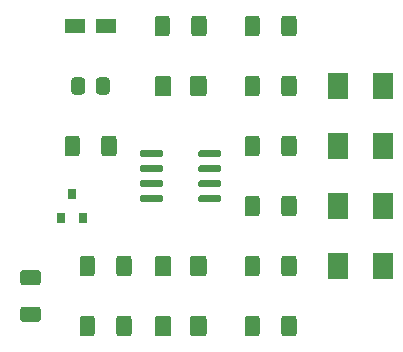
<source format=gtp>
G04 #@! TF.GenerationSoftware,KiCad,Pcbnew,(5.1.10)-1*
G04 #@! TF.CreationDate,2022-10-05T22:38:21+02:00*
G04 #@! TF.ProjectId,new_rs422_module_kicad,6e65775f-7273-4343-9232-5f6d6f64756c,rev?*
G04 #@! TF.SameCoordinates,Original*
G04 #@! TF.FileFunction,Paste,Top*
G04 #@! TF.FilePolarity,Positive*
%FSLAX46Y46*%
G04 Gerber Fmt 4.6, Leading zero omitted, Abs format (unit mm)*
G04 Created by KiCad (PCBNEW (5.1.10)-1) date 2022-10-05 22:38:21*
%MOMM*%
%LPD*%
G01*
G04 APERTURE LIST*
%ADD10R,1.714500X2.184400*%
%ADD11R,1.800000X1.230000*%
%ADD12R,0.800000X0.900000*%
G04 APERTURE END LIST*
D10*
X62556750Y-38265000D03*
X58683250Y-38265000D03*
X62556750Y-43345000D03*
X58683250Y-43345000D03*
X62556750Y-48425000D03*
X58683250Y-48425000D03*
X62556750Y-53505000D03*
X58683250Y-53505000D03*
D11*
X39070000Y-33185000D03*
X36450000Y-33185000D03*
G36*
G01*
X46880000Y-44130000D02*
X46880000Y-43830000D01*
G75*
G02*
X47030000Y-43680000I150000J0D01*
G01*
X48680000Y-43680000D01*
G75*
G02*
X48830000Y-43830000I0J-150000D01*
G01*
X48830000Y-44130000D01*
G75*
G02*
X48680000Y-44280000I-150000J0D01*
G01*
X47030000Y-44280000D01*
G75*
G02*
X46880000Y-44130000I0J150000D01*
G01*
G37*
G36*
G01*
X46880000Y-45400000D02*
X46880000Y-45100000D01*
G75*
G02*
X47030000Y-44950000I150000J0D01*
G01*
X48680000Y-44950000D01*
G75*
G02*
X48830000Y-45100000I0J-150000D01*
G01*
X48830000Y-45400000D01*
G75*
G02*
X48680000Y-45550000I-150000J0D01*
G01*
X47030000Y-45550000D01*
G75*
G02*
X46880000Y-45400000I0J150000D01*
G01*
G37*
G36*
G01*
X46880000Y-46670000D02*
X46880000Y-46370000D01*
G75*
G02*
X47030000Y-46220000I150000J0D01*
G01*
X48680000Y-46220000D01*
G75*
G02*
X48830000Y-46370000I0J-150000D01*
G01*
X48830000Y-46670000D01*
G75*
G02*
X48680000Y-46820000I-150000J0D01*
G01*
X47030000Y-46820000D01*
G75*
G02*
X46880000Y-46670000I0J150000D01*
G01*
G37*
G36*
G01*
X46880000Y-47940000D02*
X46880000Y-47640000D01*
G75*
G02*
X47030000Y-47490000I150000J0D01*
G01*
X48680000Y-47490000D01*
G75*
G02*
X48830000Y-47640000I0J-150000D01*
G01*
X48830000Y-47940000D01*
G75*
G02*
X48680000Y-48090000I-150000J0D01*
G01*
X47030000Y-48090000D01*
G75*
G02*
X46880000Y-47940000I0J150000D01*
G01*
G37*
G36*
G01*
X41930000Y-47940000D02*
X41930000Y-47640000D01*
G75*
G02*
X42080000Y-47490000I150000J0D01*
G01*
X43730000Y-47490000D01*
G75*
G02*
X43880000Y-47640000I0J-150000D01*
G01*
X43880000Y-47940000D01*
G75*
G02*
X43730000Y-48090000I-150000J0D01*
G01*
X42080000Y-48090000D01*
G75*
G02*
X41930000Y-47940000I0J150000D01*
G01*
G37*
G36*
G01*
X41930000Y-46670000D02*
X41930000Y-46370000D01*
G75*
G02*
X42080000Y-46220000I150000J0D01*
G01*
X43730000Y-46220000D01*
G75*
G02*
X43880000Y-46370000I0J-150000D01*
G01*
X43880000Y-46670000D01*
G75*
G02*
X43730000Y-46820000I-150000J0D01*
G01*
X42080000Y-46820000D01*
G75*
G02*
X41930000Y-46670000I0J150000D01*
G01*
G37*
G36*
G01*
X41930000Y-45400000D02*
X41930000Y-45100000D01*
G75*
G02*
X42080000Y-44950000I150000J0D01*
G01*
X43730000Y-44950000D01*
G75*
G02*
X43880000Y-45100000I0J-150000D01*
G01*
X43880000Y-45400000D01*
G75*
G02*
X43730000Y-45550000I-150000J0D01*
G01*
X42080000Y-45550000D01*
G75*
G02*
X41930000Y-45400000I0J150000D01*
G01*
G37*
G36*
G01*
X41930000Y-44130000D02*
X41930000Y-43830000D01*
G75*
G02*
X42080000Y-43680000I150000J0D01*
G01*
X43730000Y-43680000D01*
G75*
G02*
X43880000Y-43830000I0J-150000D01*
G01*
X43880000Y-44130000D01*
G75*
G02*
X43730000Y-44280000I-150000J0D01*
G01*
X42080000Y-44280000D01*
G75*
G02*
X41930000Y-44130000I0J150000D01*
G01*
G37*
G36*
G01*
X38130000Y-57960000D02*
X38130000Y-59210000D01*
G75*
G02*
X37880000Y-59460000I-250000J0D01*
G01*
X37080000Y-59460000D01*
G75*
G02*
X36830000Y-59210000I0J250000D01*
G01*
X36830000Y-57960000D01*
G75*
G02*
X37080000Y-57710000I250000J0D01*
G01*
X37880000Y-57710000D01*
G75*
G02*
X38130000Y-57960000I0J-250000D01*
G01*
G37*
G36*
G01*
X41230000Y-57960000D02*
X41230000Y-59210000D01*
G75*
G02*
X40980000Y-59460000I-250000J0D01*
G01*
X40180000Y-59460000D01*
G75*
G02*
X39930000Y-59210000I0J250000D01*
G01*
X39930000Y-57960000D01*
G75*
G02*
X40180000Y-57710000I250000J0D01*
G01*
X40980000Y-57710000D01*
G75*
G02*
X41230000Y-57960000I0J-250000D01*
G01*
G37*
G36*
G01*
X44480000Y-32560000D02*
X44480000Y-33810000D01*
G75*
G02*
X44230000Y-34060000I-250000J0D01*
G01*
X43430000Y-34060000D01*
G75*
G02*
X43180000Y-33810000I0J250000D01*
G01*
X43180000Y-32560000D01*
G75*
G02*
X43430000Y-32310000I250000J0D01*
G01*
X44230000Y-32310000D01*
G75*
G02*
X44480000Y-32560000I0J-250000D01*
G01*
G37*
G36*
G01*
X47580000Y-32560000D02*
X47580000Y-33810000D01*
G75*
G02*
X47330000Y-34060000I-250000J0D01*
G01*
X46530000Y-34060000D01*
G75*
G02*
X46280000Y-33810000I0J250000D01*
G01*
X46280000Y-32560000D01*
G75*
G02*
X46530000Y-32310000I250000J0D01*
G01*
X47330000Y-32310000D01*
G75*
G02*
X47580000Y-32560000I0J-250000D01*
G01*
G37*
G36*
G01*
X38130000Y-52880000D02*
X38130000Y-54130000D01*
G75*
G02*
X37880000Y-54380000I-250000J0D01*
G01*
X37080000Y-54380000D01*
G75*
G02*
X36830000Y-54130000I0J250000D01*
G01*
X36830000Y-52880000D01*
G75*
G02*
X37080000Y-52630000I250000J0D01*
G01*
X37880000Y-52630000D01*
G75*
G02*
X38130000Y-52880000I0J-250000D01*
G01*
G37*
G36*
G01*
X41230000Y-52880000D02*
X41230000Y-54130000D01*
G75*
G02*
X40980000Y-54380000I-250000J0D01*
G01*
X40180000Y-54380000D01*
G75*
G02*
X39930000Y-54130000I0J250000D01*
G01*
X39930000Y-52880000D01*
G75*
G02*
X40180000Y-52630000I250000J0D01*
G01*
X40980000Y-52630000D01*
G75*
G02*
X41230000Y-52880000I0J-250000D01*
G01*
G37*
G36*
G01*
X53900000Y-59210000D02*
X53900000Y-57960000D01*
G75*
G02*
X54150000Y-57710000I250000J0D01*
G01*
X54950000Y-57710000D01*
G75*
G02*
X55200000Y-57960000I0J-250000D01*
G01*
X55200000Y-59210000D01*
G75*
G02*
X54950000Y-59460000I-250000J0D01*
G01*
X54150000Y-59460000D01*
G75*
G02*
X53900000Y-59210000I0J250000D01*
G01*
G37*
G36*
G01*
X50800000Y-59210000D02*
X50800000Y-57960000D01*
G75*
G02*
X51050000Y-57710000I250000J0D01*
G01*
X51850000Y-57710000D01*
G75*
G02*
X52100000Y-57960000I0J-250000D01*
G01*
X52100000Y-59210000D01*
G75*
G02*
X51850000Y-59460000I-250000J0D01*
G01*
X51050000Y-59460000D01*
G75*
G02*
X50800000Y-59210000I0J250000D01*
G01*
G37*
G36*
G01*
X53900000Y-33810000D02*
X53900000Y-32560000D01*
G75*
G02*
X54150000Y-32310000I250000J0D01*
G01*
X54950000Y-32310000D01*
G75*
G02*
X55200000Y-32560000I0J-250000D01*
G01*
X55200000Y-33810000D01*
G75*
G02*
X54950000Y-34060000I-250000J0D01*
G01*
X54150000Y-34060000D01*
G75*
G02*
X53900000Y-33810000I0J250000D01*
G01*
G37*
G36*
G01*
X50800000Y-33810000D02*
X50800000Y-32560000D01*
G75*
G02*
X51050000Y-32310000I250000J0D01*
G01*
X51850000Y-32310000D01*
G75*
G02*
X52100000Y-32560000I0J-250000D01*
G01*
X52100000Y-33810000D01*
G75*
G02*
X51850000Y-34060000I-250000J0D01*
G01*
X51050000Y-34060000D01*
G75*
G02*
X50800000Y-33810000I0J250000D01*
G01*
G37*
G36*
G01*
X52100000Y-47800000D02*
X52100000Y-49050000D01*
G75*
G02*
X51850000Y-49300000I-250000J0D01*
G01*
X51050000Y-49300000D01*
G75*
G02*
X50800000Y-49050000I0J250000D01*
G01*
X50800000Y-47800000D01*
G75*
G02*
X51050000Y-47550000I250000J0D01*
G01*
X51850000Y-47550000D01*
G75*
G02*
X52100000Y-47800000I0J-250000D01*
G01*
G37*
G36*
G01*
X55200000Y-47800000D02*
X55200000Y-49050000D01*
G75*
G02*
X54950000Y-49300000I-250000J0D01*
G01*
X54150000Y-49300000D01*
G75*
G02*
X53900000Y-49050000I0J250000D01*
G01*
X53900000Y-47800000D01*
G75*
G02*
X54150000Y-47550000I250000J0D01*
G01*
X54950000Y-47550000D01*
G75*
G02*
X55200000Y-47800000I0J-250000D01*
G01*
G37*
G36*
G01*
X52100000Y-42720000D02*
X52100000Y-43970000D01*
G75*
G02*
X51850000Y-44220000I-250000J0D01*
G01*
X51050000Y-44220000D01*
G75*
G02*
X50800000Y-43970000I0J250000D01*
G01*
X50800000Y-42720000D01*
G75*
G02*
X51050000Y-42470000I250000J0D01*
G01*
X51850000Y-42470000D01*
G75*
G02*
X52100000Y-42720000I0J-250000D01*
G01*
G37*
G36*
G01*
X55200000Y-42720000D02*
X55200000Y-43970000D01*
G75*
G02*
X54950000Y-44220000I-250000J0D01*
G01*
X54150000Y-44220000D01*
G75*
G02*
X53900000Y-43970000I0J250000D01*
G01*
X53900000Y-42720000D01*
G75*
G02*
X54150000Y-42470000I250000J0D01*
G01*
X54950000Y-42470000D01*
G75*
G02*
X55200000Y-42720000I0J-250000D01*
G01*
G37*
G36*
G01*
X52100000Y-37640000D02*
X52100000Y-38890000D01*
G75*
G02*
X51850000Y-39140000I-250000J0D01*
G01*
X51050000Y-39140000D01*
G75*
G02*
X50800000Y-38890000I0J250000D01*
G01*
X50800000Y-37640000D01*
G75*
G02*
X51050000Y-37390000I250000J0D01*
G01*
X51850000Y-37390000D01*
G75*
G02*
X52100000Y-37640000I0J-250000D01*
G01*
G37*
G36*
G01*
X55200000Y-37640000D02*
X55200000Y-38890000D01*
G75*
G02*
X54950000Y-39140000I-250000J0D01*
G01*
X54150000Y-39140000D01*
G75*
G02*
X53900000Y-38890000I0J250000D01*
G01*
X53900000Y-37640000D01*
G75*
G02*
X54150000Y-37390000I250000J0D01*
G01*
X54950000Y-37390000D01*
G75*
G02*
X55200000Y-37640000I0J-250000D01*
G01*
G37*
G36*
G01*
X52100000Y-52880000D02*
X52100000Y-54130000D01*
G75*
G02*
X51850000Y-54380000I-250000J0D01*
G01*
X51050000Y-54380000D01*
G75*
G02*
X50800000Y-54130000I0J250000D01*
G01*
X50800000Y-52880000D01*
G75*
G02*
X51050000Y-52630000I250000J0D01*
G01*
X51850000Y-52630000D01*
G75*
G02*
X52100000Y-52880000I0J-250000D01*
G01*
G37*
G36*
G01*
X55200000Y-52880000D02*
X55200000Y-54130000D01*
G75*
G02*
X54950000Y-54380000I-250000J0D01*
G01*
X54150000Y-54380000D01*
G75*
G02*
X53900000Y-54130000I0J250000D01*
G01*
X53900000Y-52880000D01*
G75*
G02*
X54150000Y-52630000I250000J0D01*
G01*
X54950000Y-52630000D01*
G75*
G02*
X55200000Y-52880000I0J-250000D01*
G01*
G37*
G36*
G01*
X32055000Y-56945000D02*
X33305000Y-56945000D01*
G75*
G02*
X33555000Y-57195000I0J-250000D01*
G01*
X33555000Y-57995000D01*
G75*
G02*
X33305000Y-58245000I-250000J0D01*
G01*
X32055000Y-58245000D01*
G75*
G02*
X31805000Y-57995000I0J250000D01*
G01*
X31805000Y-57195000D01*
G75*
G02*
X32055000Y-56945000I250000J0D01*
G01*
G37*
G36*
G01*
X32055000Y-53845000D02*
X33305000Y-53845000D01*
G75*
G02*
X33555000Y-54095000I0J-250000D01*
G01*
X33555000Y-54895000D01*
G75*
G02*
X33305000Y-55145000I-250000J0D01*
G01*
X32055000Y-55145000D01*
G75*
G02*
X31805000Y-54895000I0J250000D01*
G01*
X31805000Y-54095000D01*
G75*
G02*
X32055000Y-53845000I250000J0D01*
G01*
G37*
G36*
G01*
X38660000Y-43970000D02*
X38660000Y-42720000D01*
G75*
G02*
X38910000Y-42470000I250000J0D01*
G01*
X39710000Y-42470000D01*
G75*
G02*
X39960000Y-42720000I0J-250000D01*
G01*
X39960000Y-43970000D01*
G75*
G02*
X39710000Y-44220000I-250000J0D01*
G01*
X38910000Y-44220000D01*
G75*
G02*
X38660000Y-43970000I0J250000D01*
G01*
G37*
G36*
G01*
X35560000Y-43970000D02*
X35560000Y-42720000D01*
G75*
G02*
X35810000Y-42470000I250000J0D01*
G01*
X36610000Y-42470000D01*
G75*
G02*
X36860000Y-42720000I0J-250000D01*
G01*
X36860000Y-43970000D01*
G75*
G02*
X36610000Y-44220000I-250000J0D01*
G01*
X35810000Y-44220000D01*
G75*
G02*
X35560000Y-43970000I0J250000D01*
G01*
G37*
D12*
X36210000Y-47425000D03*
X37160000Y-49425000D03*
X35260000Y-49425000D03*
G36*
G01*
X46155000Y-54130000D02*
X46155000Y-52880000D01*
G75*
G02*
X46405000Y-52630000I250000J0D01*
G01*
X47330000Y-52630000D01*
G75*
G02*
X47580000Y-52880000I0J-250000D01*
G01*
X47580000Y-54130000D01*
G75*
G02*
X47330000Y-54380000I-250000J0D01*
G01*
X46405000Y-54380000D01*
G75*
G02*
X46155000Y-54130000I0J250000D01*
G01*
G37*
G36*
G01*
X43180000Y-54130000D02*
X43180000Y-52880000D01*
G75*
G02*
X43430000Y-52630000I250000J0D01*
G01*
X44355000Y-52630000D01*
G75*
G02*
X44605000Y-52880000I0J-250000D01*
G01*
X44605000Y-54130000D01*
G75*
G02*
X44355000Y-54380000I-250000J0D01*
G01*
X43430000Y-54380000D01*
G75*
G02*
X43180000Y-54130000I0J250000D01*
G01*
G37*
G36*
G01*
X46155000Y-59210000D02*
X46155000Y-57960000D01*
G75*
G02*
X46405000Y-57710000I250000J0D01*
G01*
X47330000Y-57710000D01*
G75*
G02*
X47580000Y-57960000I0J-250000D01*
G01*
X47580000Y-59210000D01*
G75*
G02*
X47330000Y-59460000I-250000J0D01*
G01*
X46405000Y-59460000D01*
G75*
G02*
X46155000Y-59210000I0J250000D01*
G01*
G37*
G36*
G01*
X43180000Y-59210000D02*
X43180000Y-57960000D01*
G75*
G02*
X43430000Y-57710000I250000J0D01*
G01*
X44355000Y-57710000D01*
G75*
G02*
X44605000Y-57960000I0J-250000D01*
G01*
X44605000Y-59210000D01*
G75*
G02*
X44355000Y-59460000I-250000J0D01*
G01*
X43430000Y-59460000D01*
G75*
G02*
X43180000Y-59210000I0J250000D01*
G01*
G37*
G36*
G01*
X44605000Y-37640000D02*
X44605000Y-38890000D01*
G75*
G02*
X44355000Y-39140000I-250000J0D01*
G01*
X43430000Y-39140000D01*
G75*
G02*
X43180000Y-38890000I0J250000D01*
G01*
X43180000Y-37640000D01*
G75*
G02*
X43430000Y-37390000I250000J0D01*
G01*
X44355000Y-37390000D01*
G75*
G02*
X44605000Y-37640000I0J-250000D01*
G01*
G37*
G36*
G01*
X47580000Y-37640000D02*
X47580000Y-38890000D01*
G75*
G02*
X47330000Y-39140000I-250000J0D01*
G01*
X46405000Y-39140000D01*
G75*
G02*
X46155000Y-38890000I0J250000D01*
G01*
X46155000Y-37640000D01*
G75*
G02*
X46405000Y-37390000I250000J0D01*
G01*
X47330000Y-37390000D01*
G75*
G02*
X47580000Y-37640000I0J-250000D01*
G01*
G37*
G36*
G01*
X38210000Y-38740000D02*
X38210000Y-37790000D01*
G75*
G02*
X38460000Y-37540000I250000J0D01*
G01*
X39135000Y-37540000D01*
G75*
G02*
X39385000Y-37790000I0J-250000D01*
G01*
X39385000Y-38740000D01*
G75*
G02*
X39135000Y-38990000I-250000J0D01*
G01*
X38460000Y-38990000D01*
G75*
G02*
X38210000Y-38740000I0J250000D01*
G01*
G37*
G36*
G01*
X36135000Y-38740000D02*
X36135000Y-37790000D01*
G75*
G02*
X36385000Y-37540000I250000J0D01*
G01*
X37060000Y-37540000D01*
G75*
G02*
X37310000Y-37790000I0J-250000D01*
G01*
X37310000Y-38740000D01*
G75*
G02*
X37060000Y-38990000I-250000J0D01*
G01*
X36385000Y-38990000D01*
G75*
G02*
X36135000Y-38740000I0J250000D01*
G01*
G37*
M02*

</source>
